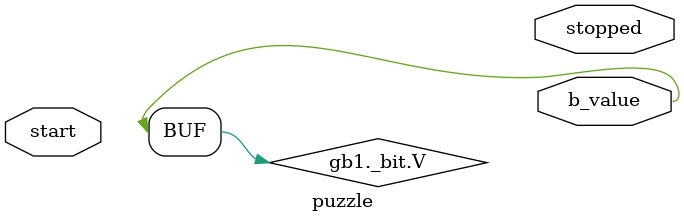
<source format=v>
`include "turingtumble/board.v"
`include "turingtumble/cells.v"

`define F 1'b0 // false

module puzzle
    #(parameter A_INIT = 0,
      parameter B_INIT = 0)
(
    input start,
    output stopped,
    output b_value);


    // The top
    wire blue_balls, red_balls;
    // the bottom
    wire blue_sink, red_sink;

    wire no_balls;

    // our board definition
    BOARD board (
        .blue_trigger(blue_sink | start), // We have no blue sink in this design
        .red_trigger(red_sink),
        .blue_ball(blue_balls),
        .red_ball(red_balls),
        .no_balls(no_balls),
        .current_color(),
        .tray(),
        .tray_amount());

    // fixed pieces
    wire w13, w1, w2;
    wire c1; // c for contact
    GEARED_BIT #(.INIT(B_INIT)) gb1(w13, `F, w1, w2, `F, );
    GEAR g1 ();
    wire w14, w3, w4;
    GEARED_BIT #(.INIT(B_INIT)) gb2(`F, w14, w3, w4,);

    assign b_value = gb1._bit.V;

    wire w15, w5, w6;
    GEARED_BIT #(.INIT(A_INIT)) gb3(`F, w15, w5, w6,);
    wire w7, w8;
    GEARED_BIT #(.INIT(B_INIT)) gb4(w2, w3, w7, w8,);

    wire w10;
    GEARED_BIT #(.INIT(A_INIT)) gb5(`F, w5, ,w10,);
    GEAR g2();
    wire w11;
    GEARED_BIT #(.INIT(A_INIT)) gb6 (w6, `F, w11,,);

endmodule
</source>
